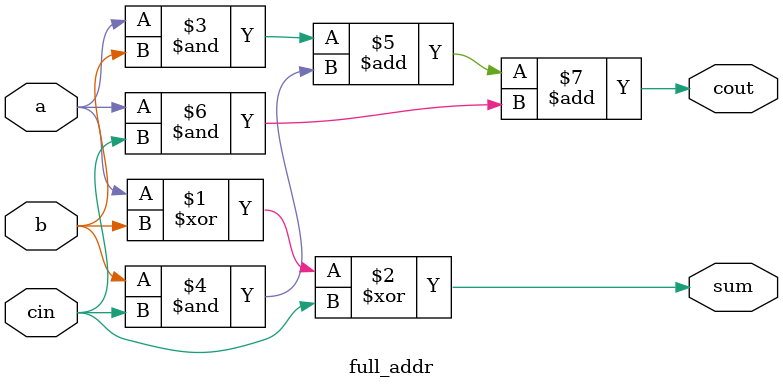
<source format=v>
module ripple_16(a,b,cin,sum,cout);
input [15:0]a,b;
input cin;
output [15:0] sum;
output cout;
wire c1,c2,c3;

ripple_4 rp1(.a(a[3:0]),.b(b[3:0]),.cin(cin),.sum(sum[3:0]),.cout(c1));
ripple_4 rp2(.a(a[7:4]),.b(b[7:4]),.cin(c1),.sum(sum[7:4]),.cout(c2));
ripple_4 rp3(.a(a[11:8]),.b(b[11:8]),.cin(c2),.sum(sum[11:8]),.cout(c3));
ripple_4 rp4(.a(a[15:12]),.b(b[15:12]),.cin(c3),.sum(sum[15:12]),.cout(cout));

endmodule

module ripple_4(a,b,cin,sum,cout);
input [3:0]a,b;
input cin;
output [3:0] sum;
output cout;
wire c1,c2,c3;

full_addr ad1(.a(a[0]),.b(b[0]),.cin(cin),.sum(sum[0]),.cout(c1));
full_addr ad2(.a(a[1]),.b(b[1]),.cin(c1),.sum(sum[1]),.cout(c2));
full_addr ad3(.a(a[2]),.b(b[2]),.cin(c2),.sum(sum[2]),.cout(c3));
full_addr ad4(.a(a[3]),.b(b[3]),.cin(c3),.sum(sum[3]),.cout(cout));

endmodule

module full_addr(a,b,cin,sum,cout);
input a,b,cin;
output sum,cout;
assign sum = a^b^cin;
assign cout = (a&b) + (b&cin) + (a&cin);
endmodule


</source>
